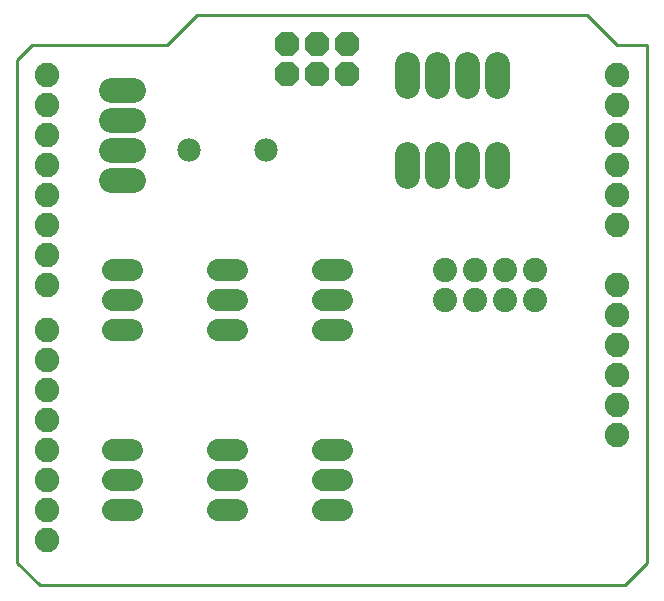
<source format=gbs>
G75*
%MOIN*%
%OFA0B0*%
%FSLAX24Y24*%
%IPPOS*%
%LPD*%
%AMOC8*
5,1,8,0,0,1.08239X$1,22.5*
%
%ADD10C,0.0100*%
%ADD11C,0.0820*%
%ADD12C,0.0808*%
%ADD13C,0.0720*%
%ADD14C,0.0780*%
%ADD15OC8,0.0820*%
%ADD16C,0.0820*%
D10*
X009083Y010752D02*
X028583Y010752D01*
X029333Y011502D01*
X029333Y028752D01*
X028333Y028752D01*
X027333Y029752D01*
X014333Y029752D01*
X013333Y028752D01*
X008833Y028752D01*
X008333Y028252D01*
X008333Y011502D01*
X009083Y010752D01*
D11*
X009333Y012252D03*
X009333Y013252D03*
X009333Y014252D03*
X009333Y015252D03*
X009333Y016252D03*
X009333Y017252D03*
X009333Y018252D03*
X009333Y019252D03*
X009333Y020752D03*
X009333Y021752D03*
X009333Y022752D03*
X009333Y023752D03*
X009333Y024752D03*
X009333Y025752D03*
X009333Y026752D03*
X009333Y027752D03*
X028333Y027752D03*
X028333Y026752D03*
X028333Y025752D03*
X028333Y024752D03*
X028333Y023752D03*
X028333Y022752D03*
X028333Y020752D03*
X028333Y019752D03*
X028333Y018752D03*
X028333Y017752D03*
X028333Y016752D03*
X028333Y015752D03*
D12*
X025583Y020252D03*
X024583Y020252D03*
X024583Y021252D03*
X025583Y021252D03*
X023583Y021252D03*
X023583Y020252D03*
X022583Y020252D03*
X022583Y021252D03*
D13*
X019153Y021252D02*
X018513Y021252D01*
X018513Y020252D02*
X019153Y020252D01*
X019153Y019252D02*
X018513Y019252D01*
X015653Y019252D02*
X015013Y019252D01*
X015013Y020252D02*
X015653Y020252D01*
X015653Y021252D02*
X015013Y021252D01*
X012153Y021252D02*
X011513Y021252D01*
X011513Y020252D02*
X012153Y020252D01*
X012153Y019252D02*
X011513Y019252D01*
X011513Y015252D02*
X012153Y015252D01*
X012153Y014252D02*
X011513Y014252D01*
X011513Y013252D02*
X012153Y013252D01*
X015013Y013252D02*
X015653Y013252D01*
X015653Y014252D02*
X015013Y014252D01*
X015013Y015252D02*
X015653Y015252D01*
X018513Y015252D02*
X019153Y015252D01*
X019153Y014252D02*
X018513Y014252D01*
X018513Y013252D02*
X019153Y013252D01*
D14*
X016613Y025252D03*
X014054Y025252D03*
D15*
X017333Y027802D03*
X018333Y027802D03*
X019333Y027802D03*
X019333Y028802D03*
X018333Y028802D03*
X017333Y028802D03*
D16*
X021333Y028122D02*
X021333Y027382D01*
X022333Y027382D02*
X022333Y028122D01*
X023333Y028122D02*
X023333Y027382D01*
X024333Y027382D02*
X024333Y028122D01*
X024333Y025122D02*
X024333Y024382D01*
X023333Y024382D02*
X023333Y025122D01*
X022333Y025122D02*
X022333Y024382D01*
X021333Y024382D02*
X021333Y025122D01*
X012203Y025252D02*
X011463Y025252D01*
X011463Y024252D02*
X012203Y024252D01*
X012203Y026252D02*
X011463Y026252D01*
X011463Y027252D02*
X012203Y027252D01*
M02*

</source>
